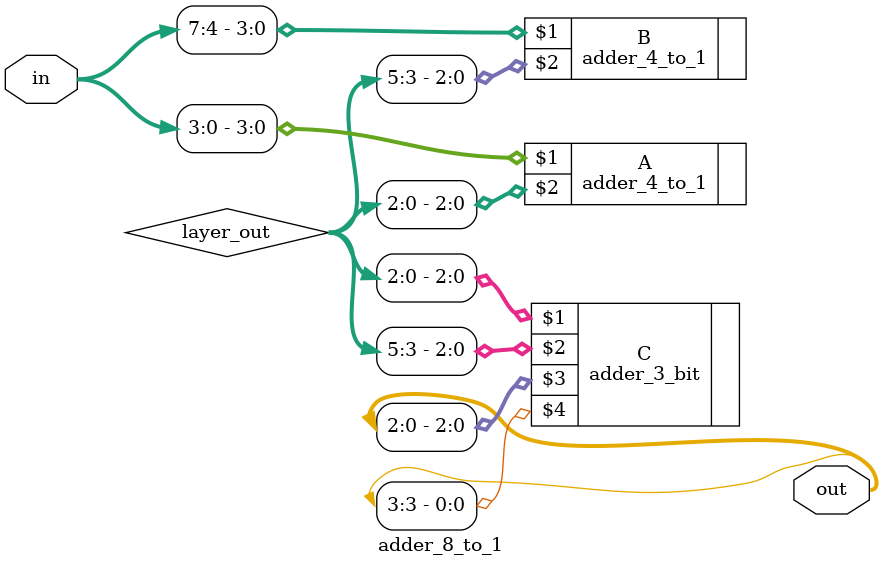
<source format=sv>
module adder_8_to_1(in, out);
  input wire [7:0] in;
  output logic [3:0] out;

  wire [5:0] layer_out;

  adder_4_to_1 A(in[3:0], layer_out[2:0]);
  adder_4_to_1 B(in[7:4], layer_out[5:3]);
  adder_3_bit C(layer_out[2:0], layer_out[5:3], out[2:0], out[3]);
endmodule
</source>
